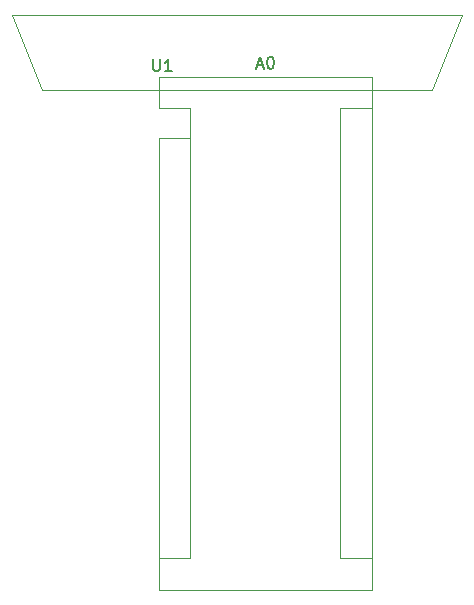
<source format=gto>
%TF.GenerationSoftware,KiCad,Pcbnew,(5.1.6)-1*%
%TF.CreationDate,2020-09-18T20:45:58-04:00*%
%TF.ProjectId,grbl_adapter,6772626c-5f61-4646-9170-7465722e6b69,rev?*%
%TF.SameCoordinates,Original*%
%TF.FileFunction,Legend,Top*%
%TF.FilePolarity,Positive*%
%FSLAX46Y46*%
G04 Gerber Fmt 4.6, Leading zero omitted, Abs format (unit mm)*
G04 Created by KiCad (PCBNEW (5.1.6)-1) date 2020-09-18 20:45:58*
%MOMM*%
%LPD*%
G01*
G04 APERTURE LIST*
%ADD10C,0.120000*%
%ADD11C,0.150000*%
G04 APERTURE END LIST*
D10*
%TO.C,U1*%
X160159700Y-73355200D02*
X122059700Y-73355200D01*
X157619700Y-79705200D02*
X160159700Y-73355200D01*
X124599700Y-79705200D02*
X157619700Y-79705200D01*
X122059700Y-73355200D02*
X124599700Y-79705200D01*
%TO.C,A0*%
X152530000Y-78610000D02*
X134490000Y-78610000D01*
X152530000Y-122050000D02*
X152530000Y-78610000D01*
X134490000Y-122050000D02*
X152530000Y-122050000D01*
X137160000Y-119380000D02*
X134490000Y-119380000D01*
X137160000Y-83820000D02*
X137160000Y-119380000D01*
X137160000Y-83820000D02*
X134490000Y-83820000D01*
X149860000Y-119380000D02*
X152530000Y-119380000D01*
X149860000Y-81280000D02*
X149860000Y-119380000D01*
X149860000Y-81280000D02*
X152530000Y-81280000D01*
X134490000Y-78610000D02*
X134490000Y-81280000D01*
X134490000Y-83820000D02*
X134490000Y-122050000D01*
X137160000Y-81280000D02*
X134490000Y-81280000D01*
X137160000Y-83820000D02*
X137160000Y-81280000D01*
%TO.C,U1*%
D11*
X133997795Y-77117580D02*
X133997795Y-77927104D01*
X134045414Y-78022342D01*
X134093033Y-78069961D01*
X134188271Y-78117580D01*
X134378747Y-78117580D01*
X134473985Y-78069961D01*
X134521604Y-78022342D01*
X134569223Y-77927104D01*
X134569223Y-77117580D01*
X135569223Y-78117580D02*
X134997795Y-78117580D01*
X135283509Y-78117580D02*
X135283509Y-77117580D01*
X135188271Y-77260438D01*
X135093033Y-77355676D01*
X134997795Y-77403295D01*
%TO.C,A0*%
X142795714Y-77636666D02*
X143271904Y-77636666D01*
X142700476Y-77922380D02*
X143033809Y-76922380D01*
X143367142Y-77922380D01*
X143890952Y-76922380D02*
X143986190Y-76922380D01*
X144081428Y-76970000D01*
X144129047Y-77017619D01*
X144176666Y-77112857D01*
X144224285Y-77303333D01*
X144224285Y-77541428D01*
X144176666Y-77731904D01*
X144129047Y-77827142D01*
X144081428Y-77874761D01*
X143986190Y-77922380D01*
X143890952Y-77922380D01*
X143795714Y-77874761D01*
X143748095Y-77827142D01*
X143700476Y-77731904D01*
X143652857Y-77541428D01*
X143652857Y-77303333D01*
X143700476Y-77112857D01*
X143748095Y-77017619D01*
X143795714Y-76970000D01*
X143890952Y-76922380D01*
%TD*%
M02*

</source>
